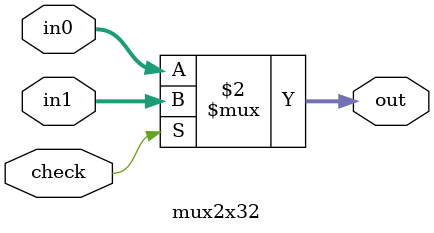
<source format=v>
`timescale 1ns / 1ps
module mux2x32(in0,in1,check,out);
input wire [31:0] in0,in1;
input wire check;
output wire [31:0] out;
assign out=check==0?in0:in1;

endmodule

</source>
